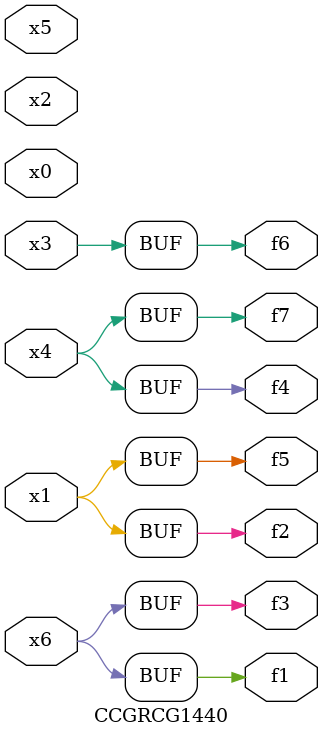
<source format=v>
module CCGRCG1440(
	input x0, x1, x2, x3, x4, x5, x6,
	output f1, f2, f3, f4, f5, f6, f7
);
	assign f1 = x6;
	assign f2 = x1;
	assign f3 = x6;
	assign f4 = x4;
	assign f5 = x1;
	assign f6 = x3;
	assign f7 = x4;
endmodule

</source>
